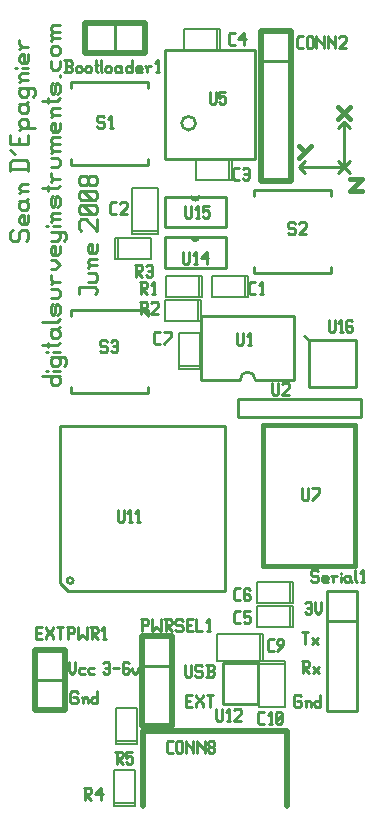
<source format=gbr>
G04 start of page 7 for group -4079 idx -4079
G04 Title: (unknown), topsilk *
G04 Creator: pcb 20080202 *
G04 CreationDate: Mon 07 Jul 2008 02:37:13 PM GMT UTC *
G04 For: sean *
G04 Format: Gerber/RS-274X *
G04 PCB-Dimensions: 130000 290000 *
G04 PCB-Coordinate-Origin: lower left *
%MOIN*%
%FSLAX24Y24*%
%LNFRONTSILK*%
%ADD11C,0.0100*%
%ADD13C,0.0200*%
%ADD31C,0.0150*%
%ADD50C,0.0080*%
%ADD51C,0.0158*%
G54D31*X10500Y24200D02*X10300Y24400D01*
G54D11*Y23700D02*X10500Y23900D01*
X10300Y23700D02*X10500Y23500D01*
X11800Y23700D02*X10300D01*
G54D31*Y24000D02*X10700Y24400D01*
X11600Y25300D02*X12000Y25700D01*
X11600D02*X12000Y25300D01*
G54D11*X11800Y25200D02*X11600Y25000D01*
X11800Y25200D02*X12000Y25000D01*
G54D31*Y23300D02*X12400D01*
X12000Y22900D02*X12400D01*
Y23300D02*X12000Y22900D01*
G54D11*X11600Y23900D02*X12000Y23500D01*
X11600D02*X12000Y23900D01*
X11800Y23700D02*Y25200D01*
X2880Y6230D02*X2930Y6180D01*
X2730Y6230D02*X2880D01*
X2680Y6180D02*X2730Y6230D01*
X2680Y6180D02*Y5880D01*
X2730Y5830D01*
X2880D01*
X2930Y5880D01*
Y5980D02*Y5880D01*
X2880Y6030D02*X2930Y5980D01*
X2780Y6030D02*X2880D01*
X3100Y5980D02*Y5830D01*
Y5980D02*X3150Y6030D01*
X3200D01*
X3250Y5980D01*
Y5830D01*
X3050Y6030D02*X3100Y5980D01*
X3570Y6230D02*Y5830D01*
X3520D02*X3570Y5880D01*
X3420Y5830D02*X3520D01*
X3370Y5880D02*X3420Y5830D01*
X3370Y5980D02*Y5880D01*
Y5980D02*X3420Y6030D01*
X3520D01*
X3570Y5980D01*
X6510Y7110D02*Y6760D01*
X6560Y6710D01*
X6660D01*
X6710Y6760D01*
Y7110D02*Y6760D01*
X7030Y7110D02*X7080Y7060D01*
X6880Y7110D02*X7030D01*
X6830Y7060D02*X6880Y7110D01*
X6830Y7060D02*Y6960D01*
X6880Y6910D01*
X7030D01*
X7080Y6860D01*
Y6760D01*
X7030Y6710D02*X7080Y6760D01*
X6880Y6710D02*X7030D01*
X6830Y6760D02*X6880Y6710D01*
X7200D02*X7400D01*
X7450Y6760D01*
Y6860D02*Y6760D01*
X7400Y6910D02*X7450Y6860D01*
X7250Y6910D02*X7400D01*
X7250Y7110D02*Y6710D01*
X7200Y7110D02*X7400D01*
X7450Y7060D01*
Y6960D01*
X7400Y6910D02*X7450Y6960D01*
X6530Y5900D02*X6680D01*
X6530Y5700D02*X6730D01*
X6530Y6100D02*Y5700D01*
Y6100D02*X6730D01*
X6850D02*Y6050D01*
X7100Y5800D01*
Y5700D01*
X6850Y5800D02*Y5700D01*
Y5800D02*X7100Y6050D01*
Y6100D02*Y6050D01*
X7220Y6100D02*X7420D01*
X7320D02*Y5700D01*
X2640Y7210D02*Y6910D01*
X2740Y6810D01*
X2840Y6910D01*
Y7210D02*Y6910D01*
X3010Y7010D02*X3160D01*
X2960Y6960D02*X3010Y7010D01*
X2960Y6960D02*Y6860D01*
X3010Y6810D01*
X3160D01*
X3330Y7010D02*X3480D01*
X3280Y6960D02*X3330Y7010D01*
X3280Y6960D02*Y6860D01*
X3330Y6810D01*
X3480D01*
X3780Y7160D02*X3830Y7210D01*
X3930D01*
X3980Y7160D01*
Y6860D01*
X3930Y6810D02*X3980Y6860D01*
X3830Y6810D02*X3930D01*
X3780Y6860D02*X3830Y6810D01*
Y7010D02*X3980D01*
X4100D02*X4300D01*
X4570Y7210D02*X4620Y7160D01*
X4470Y7210D02*X4570D01*
X4420Y7160D02*X4470Y7210D01*
X4420Y7160D02*Y6860D01*
X4470Y6810D01*
X4570Y7010D02*X4620Y6960D01*
X4420Y7010D02*X4570D01*
X4470Y6810D02*X4570D01*
X4620Y6860D01*
Y6960D02*Y6860D01*
X4740Y7010D02*Y6910D01*
X4840Y6810D01*
X4940Y6910D01*
Y7010D02*Y6910D01*
X10320Y6110D02*X10370Y6060D01*
X10170Y6110D02*X10320D01*
X10120Y6060D02*X10170Y6110D01*
X10120Y6060D02*Y5760D01*
X10170Y5710D01*
X10320D01*
X10370Y5760D01*
Y5860D02*Y5760D01*
X10320Y5910D02*X10370Y5860D01*
X10220Y5910D02*X10320D01*
X10540Y5860D02*Y5710D01*
Y5860D02*X10590Y5910D01*
X10640D01*
X10690Y5860D01*
Y5710D01*
X10490Y5910D02*X10540Y5860D01*
X11010Y6110D02*Y5710D01*
X10960D02*X11010Y5760D01*
X10860Y5710D02*X10960D01*
X10810Y5760D02*X10860Y5710D01*
X10810Y5860D02*Y5760D01*
Y5860D02*X10860Y5910D01*
X10960D01*
X11010Y5860D01*
X680Y21530D02*X755Y21605D01*
X680Y21530D02*Y21305D01*
X755Y21230D02*X680Y21305D01*
X755Y21230D02*X905D01*
X980Y21305D01*
Y21530D02*Y21305D01*
Y21530D02*X1055Y21605D01*
X1205D01*
X1280Y21530D02*X1205Y21605D01*
X1280Y21530D02*Y21305D01*
X1205Y21230D02*X1280Y21305D01*
Y22085D02*Y21860D01*
X1205Y21785D02*X1280Y21860D01*
X1055Y21785D02*X1205D01*
X1055D02*X980Y21860D01*
Y22010D02*Y21860D01*
Y22010D02*X1055Y22085D01*
X1130D02*Y21785D01*
X1055Y22085D02*X1130D01*
X980Y22490D02*X1055Y22565D01*
X980Y22490D02*Y22340D01*
X1055Y22265D02*X980Y22340D01*
X1055Y22265D02*X1205D01*
X1280Y22340D01*
X980Y22565D02*X1205D01*
X1280Y22640D01*
Y22490D02*Y22340D01*
Y22490D02*X1205Y22565D01*
X1055Y22895D02*X1280D01*
X1055D02*X980Y22970D01*
Y23045D02*Y22970D01*
Y23045D02*X1055Y23120D01*
X1280D01*
X980Y22820D02*X1055Y22895D01*
X680Y23645D02*X1280D01*
X680Y23870D02*X755Y23945D01*
X1205D01*
X1280Y23870D02*X1205Y23945D01*
X1280Y23870D02*Y23570D01*
X680Y23870D02*Y23570D01*
X830Y24125D02*X680Y24275D01*
X980Y24680D02*Y24455D01*
X1280Y24755D02*Y24455D01*
X680D02*X1280D01*
X680Y24755D02*Y24455D01*
X1055Y25011D02*X1505D01*
X980Y24936D02*X1055Y25011D01*
X980Y25086D01*
Y25236D02*Y25086D01*
Y25236D02*X1055Y25311D01*
X1205D01*
X1280Y25236D02*X1205Y25311D01*
X1280Y25236D02*Y25086D01*
X1205Y25011D02*X1280Y25086D01*
X980Y25716D02*X1055Y25791D01*
X980Y25716D02*Y25566D01*
X1055Y25491D02*X980Y25566D01*
X1055Y25491D02*X1205D01*
X1280Y25566D01*
X980Y25791D02*X1205D01*
X1280Y25866D01*
Y25716D02*Y25566D01*
Y25716D02*X1205Y25791D01*
X980Y26271D02*X1055Y26346D01*
X980Y26271D02*Y26121D01*
X1055Y26046D02*X980Y26121D01*
X1055Y26046D02*X1205D01*
X1280Y26121D01*
Y26271D02*Y26121D01*
Y26271D02*X1205Y26346D01*
X1430Y26046D02*X1505Y26121D01*
Y26271D02*Y26121D01*
Y26271D02*X1430Y26346D01*
X980D02*X1430D01*
X1055Y26601D02*X1280D01*
X1055D02*X980Y26676D01*
Y26751D02*Y26676D01*
Y26751D02*X1055Y26826D01*
X1280D01*
X980Y26526D02*X1055Y26601D01*
X830Y27006D02*X905D01*
X1055D02*X1280D01*
Y27456D02*Y27231D01*
X1205Y27156D02*X1280Y27231D01*
X1055Y27156D02*X1205D01*
X1055D02*X980Y27231D01*
Y27381D02*Y27231D01*
Y27381D02*X1055Y27456D01*
X1130D02*Y27156D01*
X1055Y27456D02*X1130D01*
X1055Y27711D02*X1280D01*
X1055D02*X980Y27786D01*
Y27936D02*Y27786D01*
Y27636D02*X1055Y27711D01*
X2960Y19685D02*Y19460D01*
Y19685D02*X3485D01*
X3560Y19610D02*X3485Y19685D01*
X3560Y19610D02*Y19535D01*
X3485Y19460D02*X3560Y19535D01*
X3260Y19865D02*X3485D01*
X3560Y19940D01*
Y20090D02*Y19940D01*
Y20090D02*X3485Y20165D01*
X3260D02*X3485D01*
X3335Y20420D02*X3560D01*
X3335D02*X3260Y20495D01*
Y20570D02*Y20495D01*
Y20570D02*X3335Y20645D01*
X3560D01*
X3260Y20345D02*X3335Y20420D01*
X3560Y21125D02*Y20900D01*
X3485Y20825D02*X3560Y20900D01*
X3335Y20825D02*X3485D01*
X3335D02*X3260Y20900D01*
Y21050D02*Y20900D01*
Y21050D02*X3335Y21125D01*
X3410D02*Y20825D01*
X3335Y21125D02*X3410D01*
X3035Y21575D02*X2960Y21650D01*
Y21875D02*Y21650D01*
Y21875D02*X3035Y21950D01*
X3185D01*
X3560Y21575D02*X3185Y21950D01*
X3560D02*Y21575D01*
X3485Y22130D02*X3560Y22205D01*
X3035Y22130D02*X3485D01*
X3035D02*X2960Y22205D01*
Y22355D02*Y22205D01*
Y22355D02*X3035Y22430D01*
X3485D01*
X3560Y22355D02*X3485Y22430D01*
X3560Y22355D02*Y22205D01*
X3410Y22130D02*X3110Y22430D01*
X3485Y22610D02*X3560Y22685D01*
X3035Y22610D02*X3485D01*
X3035D02*X2960Y22685D01*
Y22835D02*Y22685D01*
Y22835D02*X3035Y22910D01*
X3485D01*
X3560Y22835D02*X3485Y22910D01*
X3560Y22835D02*Y22685D01*
X3410Y22610D02*X3110Y22910D01*
X3485Y23091D02*X3560Y23166D01*
X3335Y23091D02*X3485D01*
X3335D02*X3260Y23166D01*
Y23316D02*Y23166D01*
Y23316D02*X3335Y23391D01*
X3485D01*
X3560Y23316D02*X3485Y23391D01*
X3560Y23316D02*Y23166D01*
X3185Y23091D02*X3260Y23166D01*
X3035Y23091D02*X3185D01*
X3035D02*X2960Y23166D01*
Y23316D02*Y23166D01*
Y23316D02*X3035Y23391D01*
X3185D01*
X3260Y23316D02*X3185Y23391D01*
X10410Y8210D02*X10610D01*
X10510D02*Y7810D01*
X10730Y8010D02*X10930Y7810D01*
X10730D02*X10930Y8010D01*
X10500Y9150D02*X10550Y9200D01*
X10650D01*
X10700Y9150D01*
Y8850D01*
X10650Y8800D02*X10700Y8850D01*
X10550Y8800D02*X10650D01*
X10500Y8850D02*X10550Y8800D01*
Y9000D02*X10700D01*
X10820Y9200D02*Y8900D01*
X10920Y8800D01*
X11020Y8900D01*
Y9200D02*Y8900D01*
X1720Y16730D02*X2320D01*
Y16655D02*X2245Y16730D01*
X2320Y16655D02*Y16505D01*
X2245Y16430D02*X2320Y16505D01*
X2095Y16430D02*X2245D01*
X2095D02*X2020Y16505D01*
Y16655D02*Y16505D01*
Y16655D02*X2095Y16730D01*
X1870Y16910D02*X1945D01*
X2095D02*X2320D01*
X2020Y17285D02*X2095Y17360D01*
X2020Y17285D02*Y17135D01*
X2095Y17060D02*X2020Y17135D01*
X2095Y17060D02*X2245D01*
X2320Y17135D01*
Y17285D02*Y17135D01*
Y17285D02*X2245Y17360D01*
X2470Y17060D02*X2545Y17135D01*
Y17285D02*Y17135D01*
Y17285D02*X2470Y17360D01*
X2020D02*X2470D01*
X1870Y17540D02*X1945D01*
X2095D02*X2320D01*
X1720Y17765D02*X2245D01*
X2320Y17840D01*
X1945D02*Y17690D01*
X2020Y18215D02*X2095Y18290D01*
X2020Y18215D02*Y18065D01*
X2095Y17990D02*X2020Y18065D01*
X2095Y17990D02*X2245D01*
X2320Y18065D01*
X2020Y18290D02*X2245D01*
X2320Y18365D01*
Y18215D02*Y18065D01*
Y18215D02*X2245Y18290D01*
X1720Y18545D02*X2245D01*
X2320Y18620D01*
Y19071D02*Y18846D01*
Y19071D02*X2245Y19146D01*
X2170Y19071D02*X2245Y19146D01*
X2170Y19071D02*Y18846D01*
X2095Y18771D02*X2170Y18846D01*
X2095Y18771D02*X2020Y18846D01*
Y19071D02*Y18846D01*
Y19071D02*X2095Y19146D01*
X2245Y18771D02*X2320Y18846D01*
X2020Y19326D02*X2245D01*
X2320Y19401D01*
Y19551D02*Y19401D01*
Y19551D02*X2245Y19626D01*
X2020D02*X2245D01*
X2095Y19881D02*X2320D01*
X2095D02*X2020Y19956D01*
Y20106D02*Y19956D01*
Y19806D02*X2095Y19881D01*
X2020Y20286D02*X2170D01*
X2320Y20436D01*
X2170Y20586D01*
X2020D02*X2170D01*
X2320Y21066D02*Y20841D01*
X2245Y20766D02*X2320Y20841D01*
X2095Y20766D02*X2245D01*
X2095D02*X2020Y20841D01*
Y20991D02*Y20841D01*
Y20991D02*X2095Y21066D01*
X2170D02*Y20766D01*
X2095Y21066D02*X2170D01*
X2020Y21246D02*X2245D01*
X2320Y21321D01*
X2020Y21546D02*X2470D01*
X2545Y21471D02*X2470Y21546D01*
X2545Y21471D02*Y21321D01*
X2470Y21246D02*X2545Y21321D01*
X2320Y21471D02*Y21321D01*
Y21471D02*X2245Y21546D01*
X1870Y21726D02*X1945D01*
X2095D02*X2320D01*
X2095Y21952D02*X2320D01*
X2095D02*X2020Y22027D01*
Y22102D02*Y22027D01*
Y22102D02*X2095Y22177D01*
X2320D01*
X2020Y21877D02*X2095Y21952D01*
X2320Y22657D02*Y22432D01*
Y22657D02*X2245Y22732D01*
X2170Y22657D02*X2245Y22732D01*
X2170Y22657D02*Y22432D01*
X2095Y22357D02*X2170Y22432D01*
X2095Y22357D02*X2020Y22432D01*
Y22657D02*Y22432D01*
Y22657D02*X2095Y22732D01*
X2245Y22357D02*X2320Y22432D01*
X1720Y22987D02*X2245D01*
X2320Y23062D01*
X1945D02*Y22912D01*
X2095Y23287D02*X2320D01*
X2095D02*X2020Y23362D01*
Y23512D02*Y23362D01*
Y23212D02*X2095Y23287D01*
X2020Y23692D02*X2245D01*
X2320Y23767D01*
Y23917D02*Y23767D01*
Y23917D02*X2245Y23992D01*
X2020D02*X2245D01*
X2095Y24247D02*X2320D01*
X2095D02*X2020Y24322D01*
Y24397D02*Y24322D01*
Y24397D02*X2095Y24472D01*
X2320D01*
X2095D02*X2020Y24547D01*
Y24622D02*Y24547D01*
Y24622D02*X2095Y24697D01*
X2320D01*
X2020Y24172D02*X2095Y24247D01*
X2320Y25178D02*Y24953D01*
X2245Y24878D02*X2320Y24953D01*
X2095Y24878D02*X2245D01*
X2095D02*X2020Y24953D01*
Y25103D02*Y24953D01*
Y25103D02*X2095Y25178D01*
X2170D02*Y24878D01*
X2095Y25178D02*X2170D01*
X2095Y25433D02*X2320D01*
X2095D02*X2020Y25508D01*
Y25583D02*Y25508D01*
Y25583D02*X2095Y25658D01*
X2320D01*
X2020Y25358D02*X2095Y25433D01*
X1720Y25913D02*X2245D01*
X2320Y25988D01*
X1945D02*Y25838D01*
X2320Y26438D02*Y26213D01*
Y26438D02*X2245Y26513D01*
X2170Y26438D02*X2245Y26513D01*
X2170Y26438D02*Y26213D01*
X2095Y26138D02*X2170Y26213D01*
X2095Y26138D02*X2020Y26213D01*
Y26438D02*Y26213D01*
Y26438D02*X2095Y26513D01*
X2245Y26138D02*X2320Y26213D01*
Y26768D02*Y26693D01*
X2020Y27248D02*Y27023D01*
X2095Y26948D02*X2020Y27023D01*
X2095Y26948D02*X2245D01*
X2320Y27023D01*
Y27248D02*Y27023D01*
X2095Y27428D02*X2245D01*
X2095D02*X2020Y27503D01*
Y27653D02*Y27503D01*
Y27653D02*X2095Y27728D01*
X2245D01*
X2320Y27653D02*X2245Y27728D01*
X2320Y27653D02*Y27503D01*
X2245Y27428D02*X2320Y27503D01*
X2095Y27984D02*X2320D01*
X2095D02*X2020Y28059D01*
Y28134D02*Y28059D01*
Y28134D02*X2095Y28209D01*
X2320D01*
X2095D02*X2020Y28284D01*
Y28359D02*Y28284D01*
Y28359D02*X2095Y28434D01*
X2320D01*
X2020Y27909D02*X2095Y27984D01*
X10390Y7230D02*X10590D01*
X10640Y7180D01*
Y7080D01*
X10590Y7030D02*X10640Y7080D01*
X10440Y7030D02*X10590D01*
X10440Y7230D02*Y6830D01*
Y7030D02*X10640Y6830D01*
X10760Y7030D02*X10960Y6830D01*
X10760D02*X10960Y7030D01*
G54D50*X10000Y9850D02*Y9150D01*
X8900D02*X10100D01*
X8900Y9850D02*Y9150D01*
Y9850D02*X10100D01*
Y9150D01*
G54D11*X11230Y9580D02*Y5580D01*
X12230D01*
Y9580D01*
X11230D01*
Y8580D02*X12230D01*
Y9580D01*
G54D50*X10000Y9050D02*Y8350D01*
X8900D02*X10100D01*
X8900Y9050D02*Y8350D01*
Y9050D02*X10100D01*
Y8350D01*
X8950Y7240D02*X9830D01*
X8950D02*Y5700D01*
X9830D01*
Y7240D02*Y5700D01*
X8950Y7140D02*X9830D01*
G54D13*X1490Y7610D02*Y5610D01*
X2490D01*
Y7610D01*
X1490D01*
G54D11*Y6610D02*X2490D01*
Y7610D01*
G54D51*X9107Y15111D02*Y10387D01*
X12172Y15111D02*Y10387D01*
X9107D02*X12172D01*
X9107Y15111D02*X12172D01*
G54D50*X4120Y2510D02*X4820D01*
X4120Y3610D02*Y2410D01*
Y3610D02*X4820D01*
Y2410D01*
X4120D02*X4820D01*
X4190Y4560D02*X4890D01*
X4190Y5660D02*Y4460D01*
Y5660D02*X4890D01*
Y4460D01*
X4190D02*X4890D01*
G54D13*X5060Y8050D02*Y5050D01*
X6060D01*
Y8050D01*
X5060D01*
G54D11*Y7050D02*X6060D01*
Y8050D01*
G54D13*X9910Y4890D02*Y2390D01*
X5110Y4890D02*Y2390D01*
Y4890D02*X9910D01*
G54D11*X7760Y7180D02*Y5790D01*
X8940D01*
Y7180D01*
X7760D01*
G54D50*X9090Y8120D02*Y7240D01*
X7550Y8120D02*X9090D01*
X7550D02*Y7240D01*
X9090D01*
X8990Y8120D02*Y7240D01*
G54D11*X2600Y9560D02*X2320Y9840D01*
X2600Y9560D02*X7830D01*
Y15070D02*Y9560D01*
X2320Y15070D02*X7830D01*
X2320D02*Y9840D01*
X2670Y9810D02*G75*G03X2670Y9810I0J100D01*G01*
X12208Y17928D02*Y16351D01*
X10631Y17928D02*X12208D01*
X10631D02*Y16351D01*
X12208D01*
X10631Y17928D02*X10481Y18078D01*
G54D50*X7570Y28300D02*Y27600D01*
X6470D02*X7670D01*
X6470Y28300D02*Y27600D01*
Y28300D02*X7670D01*
Y27600D01*
G54D11*X10030Y27240D02*Y28240D01*
X9030Y27240D02*X10030D01*
G54D13*Y28240D02*X9030D01*
X10030Y23240D02*Y28240D01*
X9030Y23240D02*X10030D01*
X9030Y28240D02*Y23240D01*
G54D11*X8810Y20356D02*Y20160D01*
X11369D02*Y20356D01*
X8810Y20160D02*X11369D01*
X8810Y22719D02*Y22916D01*
X11369D02*Y22719D01*
X8810Y22916D02*X11369D01*
X10146Y18730D02*Y16609D01*
X7033Y18730D02*X10146D01*
X7033D02*Y16609D01*
X8840D02*X10146D01*
X7033D02*X8340D01*
X8840D02*G75*G03X8340Y16609I-250J0D01*G01*
G54D50*X7970Y23950D02*Y23250D01*
X6870D02*X8070D01*
X6870Y23950D02*Y23250D01*
Y23950D02*X8070D01*
Y23250D01*
G54D11*X8270Y15950D02*Y15350D01*
Y15950D02*X12370D01*
Y15350D01*
X8270D02*X12370D01*
X3150Y28510D02*X4150D01*
Y27510D01*
G54D13*X3150Y28510D02*Y27510D01*
Y28510D02*X5150D01*
Y27510D01*
X3150D02*X5150D01*
G54D11*X2711Y16356D02*Y16160D01*
X5270D02*Y16356D01*
X2711Y16160D02*X5270D01*
X2711Y18719D02*Y18916D01*
X5270D02*Y18719D01*
X2711Y18916D02*X5270D01*
G54D50*X6290Y17060D02*X6990D01*
X6290Y18160D02*Y16960D01*
Y18160D02*X6990D01*
Y16960D01*
X6290D02*X6990D01*
G54D11*X2710Y23958D02*Y23762D01*
X5269D02*Y23958D01*
X2710Y23762D02*X5269D01*
X2710Y26321D02*Y26518D01*
X5269D02*Y26321D01*
X2710Y26518D02*X5269D01*
G54D50*X8610Y20080D02*Y19380D01*
X7410Y20080D02*X8610D01*
X7410D02*Y19380D01*
X8610D01*
X8510Y20080D02*Y19380D01*
X6920Y19280D02*Y18580D01*
X5820D02*X7020D01*
X5820Y19280D02*Y18580D01*
Y19280D02*X7020D01*
Y18580D01*
X6950Y20070D02*Y19370D01*
X5850D02*X7050D01*
X5850Y20070D02*Y19370D01*
Y20070D02*X7050D01*
Y19370D01*
G54D11*X5820Y21360D02*X6960D01*
X6720D02*X7870D01*
Y20340D01*
X5820D02*X7870D01*
X5820Y21360D02*Y20340D01*
X6720Y21360D02*G75*G03X6960Y21360I120J0D01*G01*
G54D50*X4720Y21450D02*X5600D01*
Y22990D02*Y21450D01*
X4720Y22990D02*X5600D01*
X4720D02*Y21450D01*
Y21550D02*X5600D01*
X4270Y21330D02*Y20630D01*
X5370Y21330D02*X4170D01*
X5370Y20630D02*Y21330D01*
X4170Y20630D02*X5370D01*
X4170Y21330D02*Y20630D01*
G54D11*X5820Y22710D02*X6960D01*
X6720D02*X7870D01*
Y21690D01*
X5820D02*X7870D01*
X5820Y22710D02*Y21690D01*
X6720Y22710D02*G75*G03X6960Y22710I120J0D01*G01*
X8820Y27590D02*Y23960D01*
X5820Y27590D02*Y23960D01*
X8820D01*
X5820Y27590D02*X8820D01*
X6620Y24930D02*G75*G03X6620Y24930I0J230D01*G01*
X8000Y27770D02*X8150D01*
X7950Y27820D02*X8000Y27770D01*
X7950Y28120D02*Y27820D01*
Y28120D02*X8000Y28170D01*
X8150D01*
X8270Y27970D02*X8470Y28170D01*
X8270Y27970D02*X8520D01*
X8470Y28170D02*Y27770D01*
X8160Y23270D02*X8310D01*
X8110Y23320D02*X8160Y23270D01*
X8110Y23620D02*Y23320D01*
Y23620D02*X8160Y23670D01*
X8310D01*
X8430Y23620D02*X8480Y23670D01*
X8580D01*
X8630Y23620D01*
Y23320D01*
X8580Y23270D02*X8630Y23320D01*
X8480Y23270D02*X8580D01*
X8430Y23320D02*X8480Y23270D01*
Y23470D02*X8630D01*
X10290Y27660D02*X10440D01*
X10240Y27710D02*X10290Y27660D01*
X10240Y28010D02*Y27710D01*
Y28010D02*X10290Y28060D01*
X10440D01*
X10560Y28010D02*Y27710D01*
Y28010D02*X10610Y28060D01*
X10710D01*
X10760Y28010D01*
Y27710D01*
X10710Y27660D02*X10760Y27710D01*
X10610Y27660D02*X10710D01*
X10560Y27710D02*X10610Y27660D01*
X10880Y28060D02*Y27660D01*
Y28060D02*Y28010D01*
X11130Y27760D01*
Y28060D02*Y27660D01*
X11250Y28060D02*Y27660D01*
Y28060D02*Y28010D01*
X11500Y27760D01*
Y28060D02*Y27660D01*
X11620Y28010D02*X11670Y28060D01*
X11820D01*
X11870Y28010D01*
Y27910D01*
X11620Y27660D02*X11870Y27910D01*
X11620Y27660D02*X11870D01*
X2480Y26850D02*X2680D01*
X2730Y26900D01*
Y27000D02*Y26900D01*
X2680Y27050D02*X2730Y27000D01*
X2530Y27050D02*X2680D01*
X2530Y27250D02*Y26850D01*
X2480Y27250D02*X2680D01*
X2730Y27200D01*
Y27100D01*
X2680Y27050D02*X2730Y27100D01*
X2850Y27000D02*Y26900D01*
Y27000D02*X2900Y27050D01*
X3000D01*
X3050Y27000D01*
Y26900D01*
X3000Y26850D02*X3050Y26900D01*
X2900Y26850D02*X3000D01*
X2850Y26900D02*X2900Y26850D01*
X3170Y27000D02*Y26900D01*
Y27000D02*X3220Y27050D01*
X3320D01*
X3370Y27000D01*
Y26900D01*
X3320Y26850D02*X3370Y26900D01*
X3220Y26850D02*X3320D01*
X3170Y26900D02*X3220Y26850D01*
X3540Y27250D02*Y26900D01*
X3590Y26850D01*
X3490Y27100D02*X3590D01*
X3690Y27250D02*Y26900D01*
X3740Y26850D01*
X3840Y27000D02*Y26900D01*
Y27000D02*X3890Y27050D01*
X3990D01*
X4040Y27000D01*
Y26900D01*
X3990Y26850D02*X4040Y26900D01*
X3890Y26850D02*X3990D01*
X3840Y26900D02*X3890Y26850D01*
X4310Y27050D02*X4360Y27000D01*
X4210Y27050D02*X4310D01*
X4160Y27000D02*X4210Y27050D01*
X4160Y27000D02*Y26900D01*
X4210Y26850D01*
X4360Y27050D02*Y26900D01*
X4410Y26850D01*
X4210D02*X4310D01*
X4360Y26900D01*
X4730Y27250D02*Y26850D01*
X4680D02*X4730Y26900D01*
X4580Y26850D02*X4680D01*
X4530Y26900D02*X4580Y26850D01*
X4530Y27000D02*Y26900D01*
Y27000D02*X4580Y27050D01*
X4680D01*
X4730Y27000D01*
X4900Y26850D02*X5050D01*
X4850Y26900D02*X4900Y26850D01*
X4850Y27000D02*Y26900D01*
Y27000D02*X4900Y27050D01*
X5000D01*
X5050Y27000D01*
X4850Y26950D02*X5050D01*
Y27000D02*Y26950D01*
X5220Y27000D02*Y26850D01*
Y27000D02*X5270Y27050D01*
X5370D01*
X5170D02*X5220Y27000D01*
X5541Y26850D02*X5641D01*
X5591Y27250D02*Y26850D01*
X5491Y27150D02*X5591Y27250D01*
X3763Y25404D02*X3813Y25354D01*
X3613Y25404D02*X3763D01*
X3563Y25354D02*X3613Y25404D01*
X3563Y25354D02*Y25254D01*
X3613Y25204D01*
X3763D01*
X3813Y25154D01*
Y25054D01*
X3763Y25004D02*X3813Y25054D01*
X3613Y25004D02*X3763D01*
X3563Y25054D02*X3613Y25004D01*
X3983D02*X4083D01*
X4033Y25404D02*Y25004D01*
X3933Y25304D02*X4033Y25404D01*
X7320Y26200D02*Y25850D01*
X7370Y25800D01*
X7470D01*
X7520Y25850D01*
Y26200D02*Y25850D01*
X7640Y26200D02*X7840D01*
X7640D02*Y26000D01*
X7690Y26050D01*
X7790D01*
X7840Y26000D01*
Y25850D01*
X7790Y25800D02*X7840Y25850D01*
X7690Y25800D02*X7790D01*
X7640Y25850D02*X7690Y25800D01*
X11290Y18600D02*Y18250D01*
X11340Y18200D01*
X11440D01*
X11490Y18250D01*
Y18600D02*Y18250D01*
X11660Y18200D02*X11760D01*
X11710Y18600D02*Y18200D01*
X11610Y18500D02*X11710Y18600D01*
X12030D02*X12080Y18550D01*
X11930Y18600D02*X12030D01*
X11880Y18550D02*X11930Y18600D01*
X11880Y18550D02*Y18250D01*
X11930Y18200D01*
X12030Y18400D02*X12080Y18350D01*
X11880Y18400D02*X12030D01*
X11930Y18200D02*X12030D01*
X12080Y18250D01*
Y18350D02*Y18250D01*
X10890Y10280D02*X10940Y10230D01*
X10740Y10280D02*X10890D01*
X10690Y10230D02*X10740Y10280D01*
X10690Y10230D02*Y10130D01*
X10740Y10080D01*
X10890D01*
X10940Y10030D01*
Y9930D01*
X10890Y9880D02*X10940Y9930D01*
X10740Y9880D02*X10890D01*
X10690Y9930D02*X10740Y9880D01*
X11110D02*X11260D01*
X11060Y9930D02*X11110Y9880D01*
X11060Y10030D02*Y9930D01*
Y10030D02*X11110Y10080D01*
X11210D01*
X11260Y10030D01*
X11060Y9980D02*X11260D01*
Y10030D02*Y9980D01*
X11430Y10030D02*Y9880D01*
Y10030D02*X11480Y10080D01*
X11580D01*
X11380D02*X11430Y10030D01*
X11700Y10180D02*Y10130D01*
Y10030D02*Y9880D01*
X11950Y10080D02*X12000Y10030D01*
X11850Y10080D02*X11950D01*
X11800Y10030D02*X11850Y10080D01*
X11800Y10030D02*Y9930D01*
X11850Y9880D01*
X12000Y10080D02*Y9930D01*
X12050Y9880D01*
X11850D02*X11950D01*
X12000Y9930D01*
X12170Y10280D02*Y9930D01*
X12220Y9880D01*
X12370D02*X12470D01*
X12420Y10280D02*Y9880D01*
X12320Y10180D02*X12420Y10280D01*
X5513Y17802D02*X5663D01*
X5463Y17852D02*X5513Y17802D01*
X5463Y18152D02*Y17852D01*
Y18152D02*X5513Y18202D01*
X5663D01*
X5783Y17802D02*X6033Y18052D01*
Y18202D02*Y18052D01*
X5783Y18202D02*X6033D01*
X9400Y16500D02*Y16150D01*
X9450Y16100D01*
X9550D01*
X9600Y16150D01*
Y16500D02*Y16150D01*
X9720Y16450D02*X9770Y16500D01*
X9920D01*
X9970Y16450D01*
Y16350D01*
X9720Y16100D02*X9970Y16350D01*
X9720Y16100D02*X9970D01*
X10400Y12990D02*Y12640D01*
X10450Y12590D01*
X10550D01*
X10600Y12640D01*
Y12990D02*Y12640D01*
X10720Y12590D02*X10970Y12840D01*
Y12990D02*Y12840D01*
X10720Y12990D02*X10970D01*
X1540Y8150D02*X1690D01*
X1540Y7950D02*X1740D01*
X1540Y8350D02*Y7950D01*
Y8350D02*X1740D01*
X1860D02*Y8300D01*
X2110Y8050D01*
Y7950D01*
X1860Y8050D02*Y7950D01*
Y8050D02*X2110Y8300D01*
Y8350D02*Y8300D01*
X2230Y8350D02*X2430D01*
X2330D02*Y7950D01*
X2600Y8350D02*Y7950D01*
X2550Y8350D02*X2750D01*
X2800Y8300D01*
Y8200D01*
X2750Y8150D02*X2800Y8200D01*
X2600Y8150D02*X2750D01*
X2920Y8350D02*Y7950D01*
X3070Y8100D01*
X3220Y7950D01*
Y8350D02*Y7950D01*
X3340Y8350D02*X3540D01*
X3590Y8300D01*
Y8200D01*
X3540Y8150D02*X3590Y8200D01*
X3390Y8150D02*X3540D01*
X3390Y8350D02*Y7950D01*
Y8150D02*X3590Y7950D01*
X3760D02*X3860D01*
X3810Y8350D02*Y7950D01*
X3710Y8250D02*X3810Y8350D01*
X8190Y9260D02*X8340D01*
X8140Y9310D02*X8190Y9260D01*
X8140Y9610D02*Y9310D01*
Y9610D02*X8190Y9660D01*
X8340D01*
X8610D02*X8660Y9610D01*
X8510Y9660D02*X8610D01*
X8460Y9610D02*X8510Y9660D01*
X8460Y9610D02*Y9310D01*
X8510Y9260D01*
X8610Y9460D02*X8660Y9410D01*
X8460Y9460D02*X8610D01*
X8510Y9260D02*X8610D01*
X8660Y9310D01*
Y9410D02*Y9310D01*
X8190Y8490D02*X8340D01*
X8140Y8540D02*X8190Y8490D01*
X8140Y8840D02*Y8540D01*
Y8840D02*X8190Y8890D01*
X8340D01*
X8460D02*X8660D01*
X8460D02*Y8690D01*
X8510Y8740D01*
X8610D01*
X8660Y8690D01*
Y8540D01*
X8610Y8490D02*X8660Y8540D01*
X8510Y8490D02*X8610D01*
X8460Y8540D02*X8510Y8490D01*
X5070Y8620D02*Y8220D01*
X5020Y8620D02*X5220D01*
X5270Y8570D01*
Y8470D01*
X5220Y8420D02*X5270Y8470D01*
X5070Y8420D02*X5220D01*
X5390Y8620D02*Y8220D01*
X5540Y8370D01*
X5690Y8220D01*
Y8620D02*Y8220D01*
X5810Y8620D02*X6010D01*
X6060Y8570D01*
Y8470D01*
X6010Y8420D02*X6060Y8470D01*
X5860Y8420D02*X6010D01*
X5860Y8620D02*Y8220D01*
Y8420D02*X6060Y8220D01*
X6380Y8620D02*X6430Y8570D01*
X6230Y8620D02*X6380D01*
X6180Y8570D02*X6230Y8620D01*
X6180Y8570D02*Y8470D01*
X6230Y8420D01*
X6380D01*
X6430Y8370D01*
Y8270D01*
X6380Y8220D02*X6430Y8270D01*
X6230Y8220D02*X6380D01*
X6180Y8270D02*X6230Y8220D01*
X6550Y8420D02*X6700D01*
X6550Y8220D02*X6750D01*
X6550Y8620D02*Y8220D01*
Y8620D02*X6750D01*
X6870D02*Y8220D01*
X7070D01*
X7240D02*X7340D01*
X7290Y8620D02*Y8220D01*
X7190Y8520D02*X7290Y8620D01*
X3130Y3000D02*X3330D01*
X3380Y2950D01*
Y2850D01*
X3330Y2800D02*X3380Y2850D01*
X3180Y2800D02*X3330D01*
X3180Y3000D02*Y2600D01*
Y2800D02*X3380Y2600D01*
X3500Y2800D02*X3700Y3000D01*
X3500Y2800D02*X3750D01*
X3700Y3000D02*Y2600D01*
X4170Y4210D02*X4370D01*
X4420Y4160D01*
Y4060D01*
X4370Y4010D02*X4420Y4060D01*
X4220Y4010D02*X4370D01*
X4220Y4210D02*Y3810D01*
Y4010D02*X4420Y3810D01*
X4540Y4210D02*X4740D01*
X4540D02*Y4010D01*
X4590Y4060D01*
X4690D01*
X4740Y4010D01*
Y3860D01*
X4690Y3810D02*X4740Y3860D01*
X4590Y3810D02*X4690D01*
X4540Y3860D02*X4590Y3810D01*
X5940Y4180D02*X6090D01*
X5890Y4230D02*X5940Y4180D01*
X5890Y4530D02*Y4230D01*
Y4530D02*X5940Y4580D01*
X6090D01*
X6210Y4530D02*Y4230D01*
Y4530D02*X6260Y4580D01*
X6360D01*
X6410Y4530D01*
Y4230D01*
X6360Y4180D02*X6410Y4230D01*
X6260Y4180D02*X6360D01*
X6210Y4230D02*X6260Y4180D01*
X6530Y4580D02*Y4180D01*
Y4580D02*Y4530D01*
X6780Y4280D01*
Y4580D02*Y4180D01*
X6900Y4580D02*Y4180D01*
Y4580D02*Y4530D01*
X7150Y4280D01*
Y4580D02*Y4180D01*
X7270Y4230D02*X7320Y4180D01*
X7270Y4330D02*Y4230D01*
Y4330D02*X7320Y4380D01*
X7420D01*
X7470Y4330D01*
Y4230D01*
X7420Y4180D02*X7470Y4230D01*
X7320Y4180D02*X7420D01*
X7270Y4430D02*X7320Y4380D01*
X7270Y4530D02*Y4430D01*
Y4530D02*X7320Y4580D01*
X7420D01*
X7470Y4530D01*
Y4430D01*
X7420Y4380D02*X7470Y4430D01*
X7540Y5640D02*Y5290D01*
X7590Y5240D01*
X7690D01*
X7740Y5290D01*
Y5640D02*Y5290D01*
X7910Y5240D02*X8010D01*
X7960Y5640D02*Y5240D01*
X7860Y5540D02*X7960Y5640D01*
X8130Y5590D02*X8180Y5640D01*
X8330D01*
X8380Y5590D01*
Y5490D01*
X8130Y5240D02*X8380Y5490D01*
X8130Y5240D02*X8380D01*
X9310Y7560D02*X9460D01*
X9260Y7610D02*X9310Y7560D01*
X9260Y7910D02*Y7610D01*
Y7910D02*X9310Y7960D01*
X9460D01*
X9580Y7560D02*X9780Y7760D01*
Y7910D02*Y7760D01*
X9730Y7960D02*X9780Y7910D01*
X9630Y7960D02*X9730D01*
X9580Y7910D02*X9630Y7960D01*
X9580Y7910D02*Y7810D01*
X9630Y7760D01*
X9780D01*
X8980Y5140D02*X9130D01*
X8930Y5190D02*X8980Y5140D01*
X8930Y5490D02*Y5190D01*
Y5490D02*X8980Y5540D01*
X9130D01*
X9300Y5140D02*X9400D01*
X9350Y5540D02*Y5140D01*
X9250Y5440D02*X9350Y5540D01*
X9520Y5190D02*X9570Y5140D01*
X9520Y5490D02*Y5190D01*
Y5490D02*X9570Y5540D01*
X9670D01*
X9720Y5490D01*
Y5190D01*
X9670Y5140D02*X9720Y5190D01*
X9570Y5140D02*X9670D01*
X9520Y5240D02*X9720Y5440D01*
X4250Y12280D02*Y11930D01*
X4300Y11880D01*
X4400D01*
X4450Y11930D01*
Y12280D02*Y11930D01*
X4620Y11880D02*X4720D01*
X4670Y12280D02*Y11880D01*
X4570Y12180D02*X4670Y12280D01*
X4890Y11880D02*X4990D01*
X4940Y12280D02*Y11880D01*
X4840Y12180D02*X4940Y12280D01*
X8690Y19450D02*X8840D01*
X8640Y19500D02*X8690Y19450D01*
X8640Y19800D02*Y19500D01*
Y19800D02*X8690Y19850D01*
X8840D01*
X9010Y19450D02*X9110D01*
X9060Y19850D02*Y19450D01*
X8960Y19750D02*X9060Y19850D01*
X8230Y18180D02*Y17830D01*
X8280Y17780D01*
X8380D01*
X8430Y17830D01*
Y18180D02*Y17830D01*
X8600Y17780D02*X8700D01*
X8650Y18180D02*Y17780D01*
X8550Y18080D02*X8650Y18180D01*
X10126Y21849D02*X10176Y21799D01*
X9976Y21849D02*X10126D01*
X9926Y21799D02*X9976Y21849D01*
X9926Y21799D02*Y21699D01*
X9976Y21649D01*
X10126D01*
X10176Y21599D01*
Y21499D01*
X10126Y21449D02*X10176Y21499D01*
X9976Y21449D02*X10126D01*
X9926Y21499D02*X9976Y21449D01*
X10296Y21799D02*X10346Y21849D01*
X10496D01*
X10546Y21799D01*
Y21699D01*
X10296Y21449D02*X10546Y21699D01*
X10296Y21449D02*X10546D01*
X3865Y17927D02*X3915Y17877D01*
X3715Y17927D02*X3865D01*
X3665Y17877D02*X3715Y17927D01*
X3665Y17877D02*Y17777D01*
X3715Y17727D01*
X3865D01*
X3915Y17677D01*
Y17577D01*
X3865Y17527D02*X3915Y17577D01*
X3715Y17527D02*X3865D01*
X3665Y17577D02*X3715Y17527D01*
X4035Y17877D02*X4085Y17927D01*
X4185D01*
X4235Y17877D01*
Y17577D01*
X4185Y17527D02*X4235Y17577D01*
X4085Y17527D02*X4185D01*
X4035Y17577D02*X4085Y17527D01*
Y17727D02*X4235D01*
X4990Y19200D02*X5190D01*
X5240Y19150D01*
Y19050D01*
X5190Y19000D02*X5240Y19050D01*
X5040Y19000D02*X5190D01*
X5040Y19200D02*Y18800D01*
Y19000D02*X5240Y18800D01*
X5360Y19150D02*X5410Y19200D01*
X5560D01*
X5610Y19150D01*
Y19050D01*
X5360Y18800D02*X5610Y19050D01*
X5360Y18800D02*X5610D01*
X4990Y19860D02*X5190D01*
X5240Y19810D01*
Y19710D01*
X5190Y19660D02*X5240Y19710D01*
X5040Y19660D02*X5190D01*
X5040Y19860D02*Y19460D01*
Y19660D02*X5240Y19460D01*
X5410D02*X5510D01*
X5460Y19860D02*Y19460D01*
X5360Y19760D02*X5460Y19860D01*
X6430Y20870D02*Y20520D01*
X6480Y20470D01*
X6580D01*
X6630Y20520D01*
Y20870D02*Y20520D01*
X6800Y20470D02*X6900D01*
X6850Y20870D02*Y20470D01*
X6750Y20770D02*X6850Y20870D01*
X7020Y20670D02*X7220Y20870D01*
X7020Y20670D02*X7270D01*
X7220Y20870D02*Y20470D01*
X4060Y22130D02*X4210D01*
X4010Y22180D02*X4060Y22130D01*
X4010Y22480D02*Y22180D01*
Y22480D02*X4060Y22530D01*
X4210D01*
X4330Y22480D02*X4380Y22530D01*
X4530D01*
X4580Y22480D01*
Y22380D01*
X4330Y22130D02*X4580Y22380D01*
X4330Y22130D02*X4580D01*
X4830Y20440D02*X5030D01*
X5080Y20390D01*
Y20290D01*
X5030Y20240D02*X5080Y20290D01*
X4880Y20240D02*X5030D01*
X4880Y20440D02*Y20040D01*
Y20240D02*X5080Y20040D01*
X5200Y20390D02*X5250Y20440D01*
X5350D01*
X5400Y20390D01*
Y20090D01*
X5350Y20040D02*X5400Y20090D01*
X5250Y20040D02*X5350D01*
X5200Y20090D02*X5250Y20040D01*
Y20240D02*X5400D01*
X6500Y22400D02*Y22050D01*
X6550Y22000D01*
X6650D01*
X6700Y22050D01*
Y22400D02*Y22050D01*
X6870Y22000D02*X6970D01*
X6920Y22400D02*Y22000D01*
X6820Y22300D02*X6920Y22400D01*
X7090D02*X7290D01*
X7090D02*Y22200D01*
X7140Y22250D01*
X7240D01*
X7290Y22200D01*
Y22050D01*
X7240Y22000D02*X7290Y22050D01*
X7140Y22000D02*X7240D01*
X7090Y22050D02*X7140Y22000D01*
M02*

</source>
